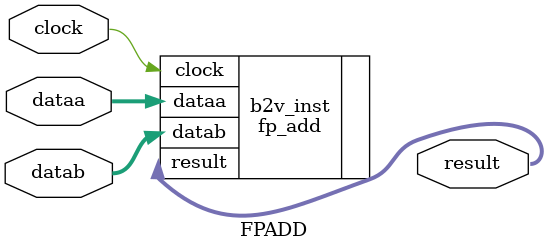
<source format=v>


module FPADD(
	clock,
	dataa,
	datab,
	result
);


input wire	clock;
input wire	[31:0] dataa;
input wire	[31:0] datab;
output wire	[31:0] result;






fp_add	b2v_inst(
	.clock(clock),
	.dataa(dataa),
	.datab(datab),
	.result(result));


endmodule

</source>
